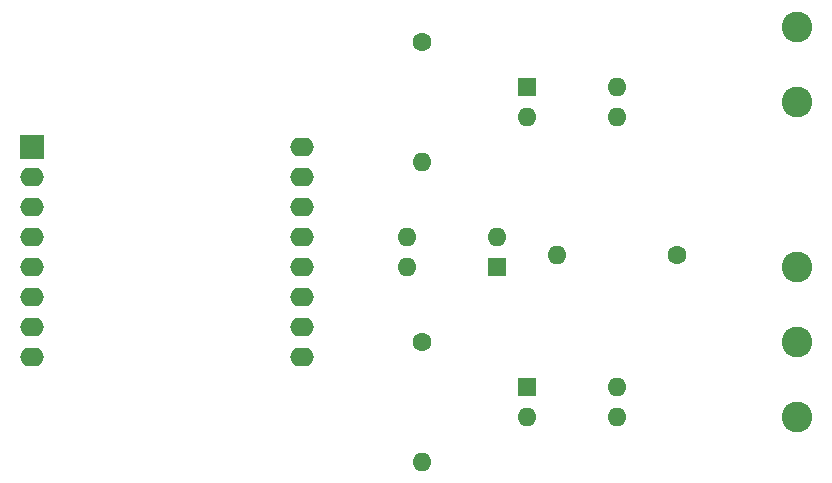
<source format=gbr>
%TF.GenerationSoftware,KiCad,Pcbnew,5.1.10*%
%TF.CreationDate,2021-09-03T16:06:59+02:00*%
%TF.ProjectId,PCB,5043422e-6b69-4636-9164-5f7063625858,1.0*%
%TF.SameCoordinates,Original*%
%TF.FileFunction,Soldermask,Top*%
%TF.FilePolarity,Negative*%
%FSLAX46Y46*%
G04 Gerber Fmt 4.6, Leading zero omitted, Abs format (unit mm)*
G04 Created by KiCad (PCBNEW 5.1.10) date 2021-09-03 16:06:59*
%MOMM*%
%LPD*%
G01*
G04 APERTURE LIST*
%ADD10C,2.600000*%
%ADD11O,2.000000X1.600000*%
%ADD12R,2.000000X2.000000*%
%ADD13O,1.600000X1.600000*%
%ADD14R,1.600000X1.600000*%
%ADD15C,1.600000*%
G04 APERTURE END LIST*
D10*
%TO.C,GND_In*%
X115570000Y-91440000D03*
%TD*%
%TO.C,5V_Heater*%
X115570000Y-105410000D03*
%TD*%
%TO.C,GND_Heater*%
X115570000Y-118110000D03*
%TD*%
%TO.C,Serial*%
X115570000Y-111760000D03*
%TD*%
%TO.C,3.3V_In*%
X115570000Y-85090000D03*
%TD*%
D11*
%TO.C,U4*%
X73660000Y-95250000D03*
X73660000Y-97790000D03*
X73660000Y-100330000D03*
X73660000Y-102870000D03*
X73660000Y-105410000D03*
X73660000Y-107950000D03*
X73660000Y-110490000D03*
X73660000Y-113030000D03*
X50800000Y-113030000D03*
X50800000Y-110490000D03*
X50800000Y-107950000D03*
X50800000Y-105410000D03*
X50800000Y-102870000D03*
X50800000Y-100330000D03*
D12*
X50800000Y-95250000D03*
D11*
X50800000Y-97790000D03*
%TD*%
D13*
%TO.C,U3*%
X100330000Y-90170000D03*
X92710000Y-92710000D03*
X100330000Y-92710000D03*
D14*
X92710000Y-90170000D03*
%TD*%
D13*
%TO.C,U2*%
X100330000Y-115570000D03*
X92710000Y-118110000D03*
X100330000Y-118110000D03*
D14*
X92710000Y-115570000D03*
%TD*%
D13*
%TO.C,U1*%
X82550000Y-105410000D03*
X90170000Y-102870000D03*
X82550000Y-102870000D03*
D14*
X90170000Y-105410000D03*
%TD*%
D13*
%TO.C,R3*%
X95250000Y-104394000D03*
D15*
X105410000Y-104394000D03*
%TD*%
D13*
%TO.C,R2*%
X83820000Y-96520000D03*
D15*
X83820000Y-86360000D03*
%TD*%
D13*
%TO.C,R1*%
X83820000Y-121920000D03*
D15*
X83820000Y-111760000D03*
%TD*%
M02*

</source>
